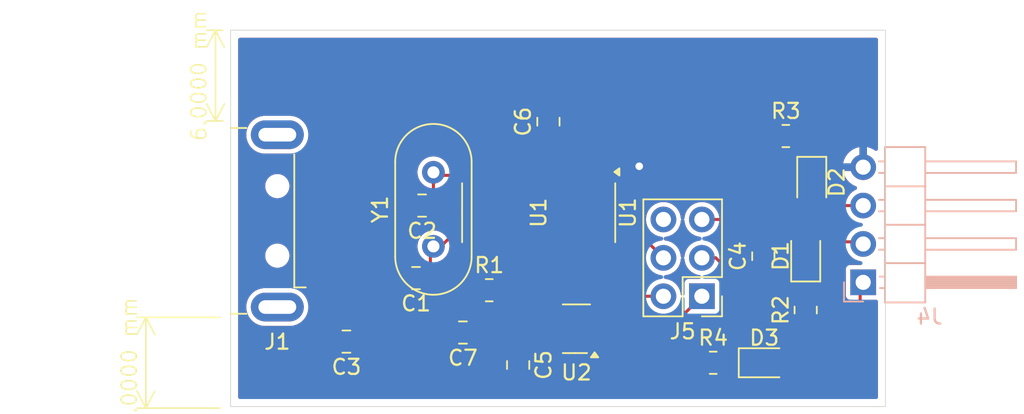
<source format=kicad_pcb>
(kicad_pcb (version 20240108) (generator "pcbnew") (generator_version "8.0")
  (layers (0 "F.Cu" signal) (31 "B.Cu" signal) (34 "B.Paste" user) (35 "F.Paste" user) (36 "B.SilkS" user "B.Silkscreen") (37 "F.SilkS" user "F.Silkscreen") (38 "B.Mask" user) (39 "F.Mask" user) (44 "Edge.Cuts" user))
  (net 0 "")
  (net 1 "Net-(U1-XI)")
  (net 2 "/GND")
  (net 3 "Net-(U1-XO)")
  (net 4 "/5V")
  (net 5 "/VCC")
  (net 6 "/3v3")
  (net 7 "/V3")
  (net 9 "USB_D+")
  (net 10 "USB_D-")
  (net 11 "Net-(U1-~{CTS})")
  (net 12 "TX")
  (net 13 "RX")
  (net 14 "/#DCD")
  (net 15 "/#RI")
  (net 16 "/#RTS")
  (net 17 "/#DTR")
  (net 18 "/#DSR")
  (net 20 "Net-(U2-BP)")
  (net 21 "Net-(D1-K)")
  (net 22 "Net-(D2-K)")
  (net 23 "Net-(D3-K)")
  (footprint "Package_SO:SOIC-16_3.9x9.9mm_P1.27mm" (layer "F.Cu") (at 165.355 117.475 -90)
    (property "Reference" "U1" (at 0 -5.9 90) (layer "F.SilkS"))
    (property "Value" "CH340G")
    (fp_line (start 0 5.06) (end -1.95 5.06) (stroke (width 0.12)) (layer "F.SilkS"))
    (fp_line (start 0 5.06) (end 1.95 5.06) (stroke (width 0.12)) (layer "F.SilkS"))
    (fp_line (start 0 -5.06) (end -1.95 -5.06) (stroke (width 0.12)) (layer "F.SilkS"))
    (fp_line (start 0 -5.06) (end 1.95 -5.06) (stroke (width 0.12)) (layer "F.SilkS"))
    (fp_poly (pts (xy -2.7 -5.005) (xy -2.94 -5.335) (xy -2.46 -5.335) (xy -2.7 -5.005)) (stroke (width 0.12)) (fill solid) (layer "F.SilkS"))
    (fp_text user "${REFERENCE}" (at 0 0 90) (layer "F.SilkS") (effects (font (size 0.98 0.98))))
    (pad "1" smd roundrect (at -2.475 -4.445 270) (size 1.95 0.6) (layers "F.Cu" "F.Paste" "F.Mask") (net 2 "/GND"))
    (pad "2" smd roundrect (at -2.475 -3.175 270) (size 1.95 0.6) (layers "F.Cu" "F.Paste" "F.Mask") (net 12 "TX"))
    (pad "3" smd roundrect (at -2.475 -1.905 270) (size 1.95 0.6) (layers "F.Cu" "F.Paste" "F.Mask") (net 13 "RX"))
    (pad "4" smd roundrect (at -2.475 -0.635 270) (size 1.95 0.6) (layers "F.Cu" "F.Paste" "F.Mask") (net 7 "/V3"))
    (pad "5" smd roundrect (at -2.475 0.635 270) (size 1.95 0.6) (layers "F.Cu" "F.Paste" "F.Mask") (net 9 "USB_D+"))
    (pad "6" smd roundrect (at -2.475 1.905 270) (size 1.95 0.6) (layers "F.Cu" "F.Paste" "F.Mask") (net 10 "USB_D-"))
    (pad "7" smd roundrect (at -2.475 3.175 270) (size 1.95 0.6) (layers "F.Cu" "F.Paste" "F.Mask") (net 1 "Net-(U1-XI)"))
    (pad "8" smd roundrect (at -2.475 4.445 270) (size 1.95 0.6) (layers "F.Cu" "F.Paste" "F.Mask") (net 3 "Net-(U1-XO)"))
    (pad "9" smd roundrect (at 2.475 4.445 270) (size 1.95 0.6) (layers "F.Cu" "F.Paste" "F.Mask") (net 11 "Net-(U1-~{CTS})"))
    (pad "10" smd roundrect (at 2.475 3.175 270) (size 1.95 0.6) (layers "F.Cu" "F.Paste" "F.Mask") (net 18 "/#DSR"))
    (pad "11" smd roundrect (at 2.475 1.905 270) (size 1.95 0.6) (layers "F.Cu" "F.Paste" "F.Mask") (net 15 "/#RI"))
    (pad "12" smd roundrect (at 2.475 0.635 270) (size 1.95 0.6) (layers "F.Cu" "F.Paste" "F.Mask") (net 14 "/#DCD"))
    (pad "13" smd roundrect (at 2.475 -0.635 270) (size 1.95 0.6) (layers "F.Cu" "F.Paste" "F.Mask") (net 17 "/#DTR"))
    (pad "14" smd roundrect (at 2.475 -1.905 270) (size 1.95 0.6) (layers "F.Cu" "F.Paste" "F.Mask") (net 16 "/#RTS"))
    (pad "15" smd roundrect (at 2.475 -3.175 270) (size 1.95 0.6) (layers "F.Cu" "F.Paste" "F.Mask"))
    (pad "16" smd roundrect (at 2.475 -4.445 270) (size 1.95 0.6) (layers "F.Cu" "F.Paste" "F.Mask") (net 5 "/VCC"))
  )
  (footprint "Connector_USB:USB_A_CNCTech_1001-011-01101_Horizontal" (layer "F.Cu") (at 141.18517 118.013509 180)
    (property "Reference" "J1" (at -6.9 -8 0) (layer "F.SilkS"))
    (property "Value" "USB_A")
    (fp_line (start -4.85 6.145) (end -3.8 6.145) (stroke (width 0.12)) (layer "F.SilkS"))
    (fp_line (start -4.85 -6.145) (end -3.8 -6.145) (stroke (width 0.12)) (layer "F.SilkS"))
    (fp_line (start -8.02 -4.4) (end -8.02 4.4) (stroke (width 0.12)) (layer "F.SilkS"))
    (fp_line (start -8.02 -4.4) (end -8.775 -4.4) (stroke (width 0.12)) (layer "F.SilkS"))
    (pad "" np_thru_hole circle (at -6.9 -2.3 180) (size 1.1 1.1) (drill 1.1) (layers "*.Cu" "*.Mask"))
    (pad "" np_thru_hole circle (at -6.9 2.3 180) (size 1.1 1.1) (drill 1.1) (layers "*.Cu" "*.Mask"))
    (pad "1" smd rect (at -9.65 -3.5 180) (size 2.5 1.1) (layers "F.Cu" "F.Paste" "F.Mask") (net 4 "/5V"))
    (pad "2" smd rect (at -9.65 -1 180) (size 2.5 1.1) (layers "F.Cu" "F.Paste" "F.Mask") (net 10 "USB_D-"))
    (pad "3" smd rect (at -9.65 1 180) (size 2.5 1.1) (layers "F.Cu" "F.Paste" "F.Mask") (net 9 "USB_D+"))
    (pad "4" smd rect (at -9.65 3.5 180) (size 2.5 1.1) (layers "F.Cu" "F.Paste" "F.Mask") (net 2 "/GND"))
    (pad "5" thru_hole oval (at -6.9 -5.7 180) (size 3.5 1.9) (drill oval 2.5 0.9) (property pad_prop_heatsink) (layers "*.Cu" "*.Mask"))
    (pad "5" thru_hole oval (at -6.9 5.7 180) (size 3.5 1.9) (drill oval 2.5 0.9) (property pad_prop_heatsink) (layers "*.Cu" "*.Mask"))
  )
  (footprint "LED_SMD:LED_0805_2012Metric" (layer "F.Cu") (at 183 120.3375 90)
    (property "Reference" "D1" (at 0 -1.65 90) (layer "F.SilkS"))
    (property "Value" "TX_LED")
    (fp_line (start 1 -0.96) (end -1.685 -0.96) (stroke (width 0.12)) (layer "F.SilkS"))
    (fp_line (start -1.685 -0.96) (end -1.685 0.96) (stroke (width 0.12)) (layer "F.SilkS"))
    (fp_line (start -1.685 0.96) (end 1 0.96) (stroke (width 0.12)) (layer "F.SilkS"))
    (pad "1" smd roundrect (at -0.9375 0 90) (size 0.975 1.4) (layers "F.Cu" "F.Paste" "F.Mask") (net 21 "Net-(D1-K)"))
    (pad "2" smd roundrect (at 0.9375 0 90) (size 0.975 1.4) (layers "F.Cu" "F.Paste" "F.Mask") (net 12 "TX"))
  )
  (footprint "LED_SMD:LED_0805_2012Metric" (layer "F.Cu") (at 183.4 115.4625 -90)
    (property "Reference" "D2" (at 0 -1.65 90) (layer "F.SilkS"))
    (property "Value" "RX_LED")
    (fp_line (start -1.685 0.96) (end 1 0.96) (stroke (width 0.12)) (layer "F.SilkS"))
    (fp_line (start -1.685 -0.96) (end -1.685 0.96) (stroke (width 0.12)) (layer "F.SilkS"))
    (fp_line (start 1 -0.96) (end -1.685 -0.96) (stroke (width 0.12)) (layer "F.SilkS"))
    (pad "1" smd roundrect (at -0.9375 0 270) (size 0.975 1.4) (layers "F.Cu" "F.Paste" "F.Mask") (net 22 "Net-(D2-K)"))
    (pad "2" smd roundrect (at 0.9375 0 270) (size 0.975 1.4) (layers "F.Cu" "F.Paste" "F.Mask") (net 13 "RX"))
  )
  (footprint "Capacitor_SMD:C_0805_2012Metric" (layer "F.Cu") (at 157.65 117 180)
    (property "Reference" "C2" (at 0 -1.68 360) (layer "F.SilkS"))
    (property "Value" "22pF")
    (fp_line (start -0.261252 0.735) (end 0.261252 0.735) (stroke (width 0.12)) (layer "F.SilkS"))
    (fp_line (start -0.261252 -0.735) (end 0.261252 -0.735) (stroke (width 0.12)) (layer "F.SilkS"))
    (pad "1" smd roundrect (at -0.95 0 180) (size 1 1.45) (layers "F.Cu" "F.Paste" "F.Mask") (net 3 "Net-(U1-XO)"))
    (pad "2" smd roundrect (at 0.95 0 180) (size 1 1.45) (layers "F.Cu" "F.Paste" "F.Mask") (net 2 "/GND"))
  )
  (footprint "Resistor_SMD:R_0805_2012Metric" (layer "F.Cu") (at 176.8875 127.4)
    (property "Reference" "R4" (at 0 -1.65 0) (layer "F.SilkS"))
    (property "Value" "10k")
    (fp_line (start -0.227064 -0.735) (end 0.227064 -0.735) (stroke (width 0.12)) (layer "F.SilkS"))
    (fp_line (start -0.227064 0.735) (end 0.227064 0.735) (stroke (width 0.12)) (layer "F.SilkS"))
    (pad "1" smd roundrect (at -0.9125 0) (size 1.025 1.4) (layers "F.Cu" "F.Paste" "F.Mask") (roundrect_rratio 0.243902) (net 2 "/GND"))
    (pad "2" smd roundrect (at 0.9125 0) (size 1.025 1.4) (layers "F.Cu" "F.Paste" "F.Mask") (roundrect_rratio 0.243902) (net 23 "Net-(D3-K)"))
  )
  (footprint "Capacitor_SMD:C_0805_2012Metric" (layer "F.Cu") (at 180.2 120.35 90)
    (property "Reference" "C4" (at 0 -1.68 90) (layer "F.SilkS"))
    (property "Value" "10uF")
    (fp_line (start -0.261252 -0.735) (end 0.261252 -0.735) (stroke (width 0.12)) (layer "F.SilkS"))
    (fp_line (start -0.261252 0.735) (end 0.261252 0.735) (stroke (width 0.12)) (layer "F.SilkS"))
    (pad "1" smd roundrect (at -0.95 0 90) (size 1 1.45) (layers "F.Cu" "F.Paste" "F.Mask") (net 5 "/VCC"))
    (pad "2" smd roundrect (at 0.95 0 90) (size 1 1.45) (layers "F.Cu" "F.Paste" "F.Mask") (net 2 "/GND"))
  )
  (footprint "Connector_PinHeader_2.54mm:PinHeader_2x03_P2.54mm_Vertical" (layer "F.Cu") (at 176.14 123 180)
    (property "Reference" "J5" (at 1.27 -2.33 360) (layer "F.SilkS"))
    (property "Value" "Conn_01x06_Pin")
    (fp_line (start 3.87 -1.33) (end 3.87 6.41) (stroke (width 0.12)) (layer "F.SilkS"))
    (fp_line (start 1.27 1.27) (end 1.27 -1.33) (stroke (width 0.12)) (layer "F.SilkS"))
    (fp_line (start 1.27 -1.33) (end 3.87 -1.33) (stroke (width 0.12)) (layer "F.SilkS"))
    (fp_line (start -1.33 6.41) (end 3.87 6.41) (stroke (width 0.12)) (layer "F.SilkS"))
    (fp_line (start -1.33 1.27) (end 1.27 1.27) (stroke (width 0.12)) (layer "F.SilkS"))
    (fp_line (start -1.33 1.27) (end -1.33 6.41) (stroke (width 0.12)) (layer "F.SilkS"))
    (fp_line (start -1.33 0) (end -1.33 -1.33) (stroke (width 0.12)) (layer "F.SilkS"))
    (fp_line (start -1.33 -1.33) (end 0 -1.33) (stroke (width 0.12)) (layer "F.SilkS"))
    (pad "1" thru_hole rect (at 0 0 180) (size 1.7 1.7) (drill 1) (layers "*.Cu" "*.Mask") (net 4 "/5V"))
    (pad "2" thru_hole oval (at 2.54 0 180) (size 1.7 1.7) (drill 1) (layers "*.Cu" "*.Mask") (net 5 "/VCC"))
    (pad "3" thru_hole oval (at 0 2.54 180) (size 1.7 1.7) (drill 1) (layers "*.Cu" "*.Mask") (net 6 "/3v3"))
    (pad "4" thru_hole oval (at 2.54 2.54 180) (size 1.7 1.7) (drill 1) (layers "*.Cu" "*.Mask") (net 7 "/V3"))
    (pad "5" thru_hole oval (at 0 5.08 180) (size 1.7 1.7) (drill 1) (layers "*.Cu" "*.Mask") (net 5 "/VCC"))
    (pad "6" thru_hole oval (at 2.54 5.08 180) (size 1.7 1.7) (drill 1) (layers "*.Cu" "*.Mask") (net 4 "/5V"))
  )
  (footprint "Resistor_SMD:R_0805_2012Metric" (layer "F.Cu") (at 162.0875 122.6)
    (property "Reference" "R1" (at 0 -1.65 0) (layer "F.SilkS"))
    (property "Value" "10k")
    (fp_line (start -0.227064 -0.735) (end 0.227064 -0.735) (stroke (width 0.12)) (layer "F.SilkS"))
    (fp_line (start -0.227064 0.735) (end 0.227064 0.735) (stroke (width 0.12)) (layer "F.SilkS"))
    (pad "1" smd roundrect (at -0.9125 0) (size 1.025 1.4) (layers "F.Cu" "F.Paste" "F.Mask") (roundrect_rratio 0.243902) (net 11 "Net-(U1-~{CTS})"))
    (pad "2" smd roundrect (at 0.9125 0) (size 1.025 1.4) (layers "F.Cu" "F.Paste" "F.Mask") (roundrect_rratio 0.243902) (net 5 "/VCC"))
  )
  (footprint "Crystal:Crystal_HC18-U_Vertical" (layer "F.Cu") (at 158.4 119.7 90)
    (property "Reference" "Y1" (at 2.45 -3.525 90) (layer "F.SilkS"))
    (property "Value" "12Mhz")
    (fp_line (start -0.675 -2.525) (end 5.575 -2.525) (stroke (width 0.12)) (layer "F.SilkS"))
    (fp_line (start -0.675 2.525) (end 5.575 2.525) (stroke (width 0.12)) (layer "F.SilkS"))
    (fp_arc (start 5.575 -2.525) (mid 8.1 0) (end 5.575 2.525) (stroke (width 0.12)) (layer "F.SilkS"))
    (fp_arc (start -0.675 2.525) (mid -3.2 0) (end -0.675 -2.525) (stroke (width 0.12)) (layer "F.SilkS"))
    (pad "1" thru_hole circle (at 0 0 90) (size 1.5 1.5) (drill 0.8) (layers "*.Cu" "*.Mask") (net 1 "Net-(U1-XI)"))
    (pad "2" thru_hole circle (at 4.9 0 90) (size 1.5 1.5) (drill 0.8) (layers "*.Cu" "*.Mask") (net 3 "Net-(U1-XO)"))
  )
  (footprint "Resistor_SMD:R_0805_2012Metric" (layer "F.Cu") (at 181.6875 112.4)
    (property "Reference" "R3" (at 0 -1.65 360) (layer "F.SilkS"))
    (property "Value" "10k")
    (fp_line (start -0.227064 -0.735) (end 0.227064 -0.735) (stroke (width 0.12)) (layer "F.SilkS"))
    (fp_line (start -0.227064 0.735) (end 0.227064 0.735) (stroke (width 0.12)) (layer "F.SilkS"))
    (pad "1" smd roundrect (at -0.9125 0) (size 1.025 1.4) (layers "F.Cu" "F.Paste" "F.Mask") (roundrect_rratio 0.243902) (net 2 "/GND"))
    (pad "2" smd roundrect (at 0.9125 0) (size 1.025 1.4) (layers "F.Cu" "F.Paste" "F.Mask") (roundrect_rratio 0.243902) (net 22 "Net-(D2-K)"))
  )
  (footprint "LED_SMD:LED_0805_2012Metric" (layer "F.Cu") (at 180.2625 127.4)
    (property "Reference" "D3" (at 0 -1.65 0) (layer "F.SilkS"))
    (property "Value" "PWR_LED")
    (fp_line (start -1.685 -0.96) (end -1.685 0.96) (stroke (width 0.12)) (layer "F.SilkS"))
    (fp_line (start -1.685 0.96) (end 1 0.96) (stroke (width 0.12)) (layer "F.SilkS"))
    (fp_line (start 1 -0.96) (end -1.685 -0.96) (stroke (width 0.12)) (layer "F.SilkS"))
    (pad "1" smd roundrect (at -0.9375 0) (size 0.975 1.4) (layers "F.Cu" "F.Paste" "F.Mask") (net 23 "Net-(D3-K)"))
    (pad "2" smd roundrect (at 0.9375 0) (size 0.975 1.4) (layers "F.Cu" "F.Paste" "F.Mask") (net 5 "/VCC"))
  )
  (footprint "Capacitor_SMD:C_0805_2012Metric" (layer "F.Cu") (at 160.35 125.4 180)
    (property "Reference" "C7" (at 0 -1.68 360) (layer "F.SilkS"))
    (property "Value" "22pF")
    (fp_line (start -0.261252 0.735) (end 0.261252 0.735) (stroke (width 0.12)) (layer "F.SilkS"))
    (fp_line (start -0.261252 -0.735) (end 0.261252 -0.735) (stroke (width 0.12)) (layer "F.SilkS"))
    (pad "1" smd roundrect (at -0.95 0 180) (size 1 1.45) (layers "F.Cu" "F.Paste" "F.Mask") (net 20 "Net-(U2-BP)"))
    (pad "2" smd roundrect (at 0.95 0 180) (size 1 1.45) (layers "F.Cu" "F.Paste" "F.Mask") (net 2 "/GND"))
  )
  (footprint "Capacitor_SMD:C_0805_2012Metric" (layer "F.Cu") (at 164 127.55 -90)
    (property "Reference" "C5" (at 0 -1.68 90) (layer "F.SilkS"))
    (property "Value" "0.01uF")
    (fp_line (start -0.261252 0.735) (end 0.261252 0.735) (stroke (width 0.12)) (layer "F.SilkS"))
    (fp_line (start -0.261252 -0.735) (end 0.261252 -0.735) (stroke (width 0.12)) (layer "F.SilkS"))
    (pad "1" smd roundrect (at -0.95 0 270) (size 1 1.45) (layers "F.Cu" "F.Paste" "F.Mask") (net 6 "/3v3"))
    (pad "2" smd roundrect (at 0.95 0 270) (size 1 1.45) (layers "F.Cu" "F.Paste" "F.Mask") (net 2 "/GND"))
  )
  (footprint "Capacitor_SMD:C_0805_2012Metric" (layer "F.Cu") (at 157.25 121.8 180)
    (property "Reference" "C1" (at 0 -1.68 360) (layer "F.SilkS"))
    (property "Value" "22pF")
    (fp_line (start -0.261252 0.735) (end 0.261252 0.735) (stroke (width 0.12)) (layer "F.SilkS"))
    (fp_line (start -0.261252 -0.735) (end 0.261252 -0.735) (stroke (width 0.12)) (layer "F.SilkS"))
    (pad "1" smd roundrect (at -0.95 0 180) (size 1 1.45) (layers "F.Cu" "F.Paste" "F.Mask") (net 1 "Net-(U1-XI)"))
    (pad "2" smd roundrect (at 0.95 0 180) (size 1 1.45) (layers "F.Cu" "F.Paste" "F.Mask") (net 2 "/GND"))
  )
  (footprint "Capacitor_SMD:C_0805_2012Metric" (layer "F.Cu") (at 166 111.45 90)
    (property "Reference" "C6" (at 0 -1.68 90) (layer "F.SilkS"))
    (property "Value" "10uF")
    (fp_line (start -0.261252 -0.735) (end 0.261252 -0.735) (stroke (width 0.12)) (layer "F.SilkS"))
    (fp_line (start -0.261252 0.735) (end 0.261252 0.735) (stroke (width 0.12)) (layer "F.SilkS"))
    (pad "1" smd roundrect (at -0.95 0 90) (size 1 1.45) (layers "F.Cu" "F.Paste" "F.Mask") (net 7 "/V3"))
    (pad "2" smd roundrect (at 0.95 0 90) (size 1 1.45) (layers "F.Cu" "F.Paste" "F.Mask") (net 2 "/GND"))
  )
  (footprint "Resistor_SMD:R_0805_2012Metric" (layer "F.Cu") (at 183 123.9125 90)
    (property "Reference" "R2" (at 0 -1.65 90) (layer "F.SilkS"))
    (property "Value" "10k")
    (fp_line (start -0.227064 -0.735) (end 0.227064 -0.735) (stroke (width 0.12)) (layer "F.SilkS"))
    (fp_line (start -0.227064 0.735) (end 0.227064 0.735) (stroke (width 0.12)) (layer "F.SilkS"))
    (pad "1" smd roundrect (at -0.9125 0 90) (size 1.025 1.4) (layers "F.Cu" "F.Paste" "F.Mask") (roundrect_rratio 0.243902) (net 2 "/GND"))
    (pad "2" smd roundrect (at 0.9125 0 90) (size 1.025 1.4) (layers "F.Cu" "F.Paste" "F.Mask") (roundrect_rratio 0.243902) (net 21 "Net-(D1-K)"))
  )
  (footprint "Package_TO_SOT_SMD:SOT-23-5_HandSoldering" (layer "F.Cu") (at 167.85 125.15 180)
    (property "Reference" "U2" (at 0 -2.9 360) (layer "F.SilkS"))
    (property "Value" "SPX3819M5-L-3-3")
    (fp_line (start 0.1 -1.61) (end 0.9 -1.61) (stroke (width 0.12)) (layer "F.SilkS"))
    (fp_line (start 0.1 -1.61) (end -0.7 -1.61) (stroke (width 0.12)) (layer "F.SilkS"))
    (fp_line (start -0.9 1.61) (end 0.9 1.61) (stroke (width 0.12)) (layer "F.SilkS"))
    (fp_poly (pts (xy -1.2 -1.56) (xy -1.44 -1.89) (xy -0.96 -1.89) (xy -1.2 -1.56)) (stroke (width 0.12)) (fill solid) (layer "F.SilkS"))
    (pad "1" smd roundrect (at -1.35 -0.95 180) (size 1.56 0.65) (layers "F.Cu" "F.Paste" "F.Mask") (net 4 "/5V"))
    (pad "2" smd roundrect (at -1.35 0 180) (size 1.56 0.65) (layers "F.Cu" "F.Paste" "F.Mask") (net 2 "/GND"))
    (pad "3" smd roundrect (at -1.35 0.95 180) (size 1.56 0.65) (layers "F.Cu" "F.Paste" "F.Mask") (net 4 "/5V"))
    (pad "4" smd roundrect (at 1.35 0.95 180) (size 1.56 0.65) (layers "F.Cu" "F.Paste" "F.Mask") (net 20 "Net-(U2-BP)"))
    (pad "5" smd roundrect (at 1.35 -0.95 180) (size 1.56 0.65) (layers "F.Cu" "F.Paste" "F.Mask") (net 6 "/3v3"))
  )
  (footprint "Capacitor_SMD:C_0805_2012Metric" (layer "F.Cu") (at 152.65 126 180)
    (property "Reference" "C3" (at 0 -1.68 360) (layer "F.SilkS"))
    (property "Value" "10uF")
    (fp_line (start -0.261252 0.735) (end 0.261252 0.735) (stroke (width 0.12)) (layer "F.SilkS"))
    (fp_line (start -0.261252 -0.735) (end 0.261252 -0.735) (stroke (width 0.12)) (layer "F.SilkS"))
    (pad "1" smd roundrect (at -0.95 0 180) (size 1 1.45) (layers "F.Cu" "F.Paste" "F.Mask") (net 4 "/5V"))
    (pad "2" smd roundrect (at 0.95 0 180) (size 1 1.45) (layers "F.Cu" "F.Paste" "F.Mask") (net 2 "/GND"))
  )
  (footprint "Connector_PinHeader_2.54mm:PinHeader_1x04_P2.54mm_Horizontal" (layer "B.Cu") (at 186.8 122.08)
    (property "Reference" "J4" (at 4.385 2.27 360) (layer "B.SilkS") (effects (justify mirror)))
    (property "Value" "Conn_01x04_Pin")
    (fp_line (start -1.27 1.27) (end -1.27 0) (stroke (width 0.12)) (layer "B.SilkS"))
    (fp_line (start 0 1.27) (end -1.27 1.27) (stroke (width 0.12)) (layer "B.SilkS"))
    (fp_line (start 1.44 -8.95) (end 1.44 1.33) (stroke (width 0.12)) (layer "B.SilkS"))
    (fp_line (start 1.44 -8) (end 1.042929 -8) (stroke (width 0.12)) (layer "B.SilkS"))
    (fp_line (start 1.44 -7.24) (end 1.042929 -7.24) (stroke (width 0.12)) (layer "B.SilkS"))
    (fp_line (start 1.44 -5.46) (end 1.042929 -5.46) (stroke (width 0.12)) (layer "B.SilkS"))
    (fp_line (start 1.44 -4.7) (end 1.042929 -4.7) (stroke (width 0.12)) (layer "B.SilkS"))
    (fp_line (start 1.44 -2.92) (end 1.042929 -2.92) (stroke (width 0.12)) (layer "B.SilkS"))
    (fp_line (start 1.44 -2.16) (end 1.042929 -2.16) (stroke (width 0.12)) (layer "B.SilkS"))
    (fp_line (start 1.44 -0.38) (end 1.11 -0.38) (stroke (width 0.12)) (layer "B.SilkS"))
    (fp_line (start 1.44 0.38) (end 1.11 0.38) (stroke (width 0.12)) (layer "B.SilkS"))
    (fp_line (start 1.44 1.33) (end 4.1 1.33) (stroke (width 0.12)) (layer "B.SilkS"))
    (fp_line (start 4.1 -8.95) (end 1.44 -8.95) (stroke (width 0.12)) (layer "B.SilkS"))
    (fp_line (start 4.1 -8) (end 10.1 -8) (stroke (width 0.12)) (layer "B.SilkS"))
    (fp_line (start 4.1 -6.35) (end 1.44 -6.35) (stroke (width 0.12)) (layer "B.SilkS"))
    (fp_line (start 4.1 -5.46) (end 10.1 -5.46) (stroke (width 0.12)) (layer "B.SilkS"))
    (fp_line (start 4.1 -3.81) (end 1.44 -3.81) (stroke (width 0.12)) (layer "B.SilkS"))
    (fp_line (start 4.1 -2.92) (end 10.1 -2.92) (stroke (width 0.12)) (layer "B.SilkS"))
    (fp_line (start 4.1 -1.27) (end 1.44 -1.27) (stroke (width 0.12)) (layer "B.SilkS"))
    (fp_line (start 4.1 -0.38) (end 10.1 -0.38) (stroke (width 0.12)) (layer "B.SilkS"))
    (fp_line (start 4.1 1.33) (end 4.1 -8.95) (stroke (width 0.12)) (layer "B.SilkS"))
    (fp_line (start 10.1 -8) (end 10.1 -7.24) (stroke (width 0.12)) (layer "B.SilkS"))
    (fp_line (start 10.1 -7.24) (end 4.1 -7.24) (stroke (width 0.12)) (layer "B.SilkS"))
    (fp_line (start 10.1 -5.46) (end 10.1 -4.7) (stroke (width 0.12)) (layer "B.SilkS"))
    (fp_line (start 10.1 -4.7) (end 4.1 -4.7) (stroke (width 0.12)) (layer "B.SilkS"))
    (fp_line (start 10.1 -2.92) (end 10.1 -2.16) (stroke (width 0.12)) (layer "B.SilkS"))
    (fp_line (start 10.1 -2.16) (end 4.1 -2.16) (stroke (width 0.12)) (layer "B.SilkS"))
    (fp_line (start 10.1 -0.38) (end 10.1 0.38) (stroke (width 0.12)) (layer "B.SilkS"))
    (fp_line (start 10.1 -0.28) (end 4.1 -0.28) (stroke (width 0.12)) (layer "B.SilkS"))
    (fp_line (start 10.1 -0.16) (end 4.1 -0.16) (stroke (width 0.12)) (layer "B.SilkS"))
    (fp_line (start 10.1 -0.04) (end 4.1 -0.04) (stroke (width 0.12)) (layer "B.SilkS"))
    (fp_line (start 10.1 0.08) (end 4.1 0.08) (stroke (width 0.12)) (layer "B.SilkS"))
    (fp_line (start 10.1 0.2) (end 4.1 0.2) (stroke (width 0.12)) (layer "B.SilkS"))
    (fp_line (start 10.1 0.32) (end 4.1 0.32) (stroke (width 0.12)) (layer "B.SilkS"))
    (fp_line (start 10.1 0.38) (end 4.1 0.38) (stroke (width 0.12)) (layer "B.SilkS"))
    (pad "1" thru_hole rect (at 0 0) (size 1.7 1.7) (drill 1) (layers "*.Cu" "*.Mask") (net 5 "/VCC"))
    (pad "2" thru_hole oval (at 0 -2.54) (size 1.7 1.7) (drill 1) (layers "*.Cu" "*.Mask") (net 12 "TX"))
    (pad "3" thru_hole oval (at 0 -5.08) (size 1.7 1.7) (drill 1) (layers "*.Cu" "*.Mask") (net 13 "RX"))
    (pad "4" thru_hole oval (at 0 -7.62) (size 1.7 1.7) (drill 1) (layers "*.Cu" "*.Mask") (net 2 "/GND"))
  )
  (gr_rect (start 145 105.4) (end 188.275 130.3) (stroke (width 0.05)) (fill none) (layer "Edge.Cuts"))
  (dimension (type aligned) (layer "F.SilkS") (pts (xy 144.8 124.4) (xy 144.8 130.4)) (height 5.4) (gr_text "6.0000 mm" (at 138.3 127.4 90) (layer "F.SilkS") (effects (font (size 1 1) (thickness 0.1)))) (format (prefix "") (suffix "") (units 3) (units_format 1) (precision 4)) (style (thickness 0.1) (arrow_length 1.27) (text_position_mode 0) (extension_height 0.58642) (extension_offset 0.5) keep_text_aligned))
  (dimension (type aligned) (layer "F.SilkS") (pts (xy 145 111.4) (xy 145 105.4)) (height -1) (gr_text "6.0000 mm" (at 142.9 108.4 90) (layer "F.SilkS") (effects (font (size 1 1) (thickness 0.1)))) (format (prefix "") (suffix "") (units 3) (units_format 1) (precision 4)) (style (thickness 0.1) (arrow_length 1.27) (text_position_mode 0) (extension_height 0.58642) (extension_offset 0.5) keep_text_aligned))
  (segment (start 158.2 121.8) (end 158.2 119.9) (width 0.2) (layer "F.Cu") (net 1))
  (segment (start 158.2 119.9) (end 158.4 119.7) (width 0.2) (layer "F.Cu") (net 1))
  (segment (start 162.18 116.42) (end 162.18 115) (width 0.2) (layer "F.Cu") (net 1))
  (segment (start 158.9 119.7) (end 162.18 116.42) (width 0.2) (layer "F.Cu") (net 1))
  (segment (start 158.4 119.7) (end 158.9 119.7) (width 0.2) (layer "F.Cu") (net 1))
  (via (at 172 114.4) (size 1.2) (drill 0.5) (layers "F.Cu" "B.Cu") (net 2))
  (segment (start 159 115) (end 160.91 115) (width 0.2) (layer "F.Cu") (net 3))
  (segment (start 158.8 114.8) (end 159 115) (width 0.2) (layer "F.Cu") (net 3))
  (segment (start 158.4 116.8) (end 158.6 117) (width 0.2) (layer "F.Cu") (net 3))
  (segment (start 158.4 114.8) (end 158.4 116.8) (width 0.2) (layer "F.Cu") (net 3))
  (segment (start 158.4 114.8) (end 159 114.8) (width 0.2) (layer "F.Cu") (net 3))
  (segment (start 158.4 114.8) (end 158.8 114.8) (width 0.2) (layer "F.Cu") (net 3))
  (segment (start 164.4 123.8) (end 164.8 123.4) (width 0.2) (layer "F.Cu") (net 4))
  (segment (start 172.8 126.1) (end 172.8 125.8) (width 0.2) (layer "F.Cu") (net 4))
  (segment (start 153.6 124.6) (end 153.1 124.1) (width 0.2) (layer "F.Cu") (net 4))
  (segment (start 153.1 124.1) (end 153.4 123.8) (width 0.2) (layer "F.Cu") (net 4))
  (segment (start 153.6 126) (end 153.6 124.6) (width 0.2) (layer "F.Cu") (net 4))
  (segment (start 172.8 125.8) (end 171.2 124.2) (width 0.2) (layer "F.Cu") (net 4))
  (segment (start 172.8 126.1) (end 173.04 126.1) (width 0.2) (layer "F.Cu") (net 4))
  (segment (start 164.8 123.4) (end 168.4 123.4) (width 0.2) (layer "F.Cu") (net 4))
  (segment (start 171.2 124.2) (end 169.2 124.2) (width 0.2) (layer "F.Cu") (net 4))
  (segment (start 150.83517 121.83517) (end 153.1 124.1) (width 0.2) (layer "F.Cu") (net 4))
  (segment (start 153.4 123.8) (end 164.4 123.8) (width 0.2) (layer "F.Cu") (net 4))
  (segment (start 169.2 126.1) (end 172.8 126.1) (width 0.2) (layer "F.Cu") (net 4))
  (segment (start 176.14 123) (end 173.04 126.1) (width 0.2) (layer "F.Cu") (net 4))
  (segment (start 150.83517 121.513509) (end 150.83517 121.83517) (width 0.2) (layer "F.Cu") (net 4))
  (segment (start 168.4 123.4) (end 169.2 124.2) (width 0.2) (layer "F.Cu") (net 4))
  (segment (start 180.6 121.2) (end 180.6 125.6) (width 0.2) (layer "F.Cu") (net 5))
  (segment (start 180.5 121.3) (end 180.6 121.2) (width 0.2) (layer "F.Cu") (net 5))
  (segment (start 171.4 123) (end 173.6 123) (width 0.2) (layer "F.Cu") (net 5))
  (segment (start 181.2 127.4) (end 181.4 127.2) (width 0.2) (layer "F.Cu") (net 5))
  (segment (start 179.3 121.3) (end 180.5 121.3) (width 0.2) (layer "F.Cu") (net 5))
  (segment (start 178.6 120.6) (end 179.3 121.3) (width 0.2) (layer "F.Cu") (net 5))
  (segment (start 169 122.2) (end 169.8 121.4) (width 0.2) (layer "F.Cu") (net 5))
  (segment (start 181.1 126.1) (end 181.4 126.4) (width 0.2) (layer "F.Cu") (net 5))
  (segment (start 176.14 117.92) (end 177.32 117.92) (width 0.2) (layer "F.Cu") (net 5))
  (segment (start 182.2 127.2) (end 183 126.4) (width 0.2) (layer "F.Cu") (net 5))
  (segment (start 185.6 126.4) (end 186.6 125.4) (width 0.2) (layer "F.Cu") (net 5))
  (segment (start 180.6 125.6) (end 181.1 126.1) (width 0.2) (layer "F.Cu") (net 5))
  (segment (start 183 126.4) (end 185.6 126.4) (width 0.2) (layer "F.Cu") (net 5))
  (segment (start 163.4 122.2) (end 169 122.2) (width 0.2) (layer "F.Cu") (net 5))
  (segment (start 169.8 119.95) (end 169.8 121.4) (width 0.2) (layer "F.Cu") (net 5))
  (segment (start 178.6 119.2) (end 178.6 120.6) (width 0.2) (layer "F.Cu") (net 5))
  (segment (start 186.6 125.4) (end 186.6 122.2) (width 0.2) (layer "F.Cu") (net 5))
  (segment (start 169.8 121.4) (end 171.4 123) (width 0.2) (layer "F.Cu") (net 5))
  (segment (start 181.4 126.4) (end 183 126.4) (width 0.2) (layer "F.Cu") (net 5))
  (segment (start 181.4 127.2) (end 182.2 127.2) (width 0.2) (layer "F.Cu") (net 5))
  (segment (start 177.32 117.92) (end 178.6 119.2) (width 0.2) (layer "F.Cu") (net 5))
  (segment (start 163 122.6) (end 163.4 122.2) (width 0.2) (layer "F.Cu") (net 5))
  (segment (start 167.6 127.2) (end 173.2 127.2) (width 0.2) (layer "F.Cu") (net 6))
  (segment (start 177.06 120.46) (end 176.14 120.46) (width 0.2) (layer "F.Cu") (net 6))
  (segment (start 177.8 125) (end 178.4 124.4) (width 0.2) (layer "F.Cu") (net 6))
  (segment (start 166.5 126.1) (end 167.6 127.2) (width 0.2) (layer "F.Cu") (net 6))
  (segment (start 175.4 125) (end 177.8 125) (width 0.2) (layer "F.Cu") (net 6))
  (segment (start 164 126.6) (end 166 126.6) (width 0.2) (layer "F.Cu") (net 6))
  (segment (start 178.4 124.4) (end 178.4 121.8) (width 0.2) (layer "F.Cu") (net 6))
  (segment (start 166 126.6) (end 166.5 126.1) (width 0.2) (layer "F.Cu") (net 6))
  (segment (start 178.4 121.8) (end 177.06 120.46) (width 0.2) (layer "F.Cu") (net 6))
  (segment (start 173.2 127.2) (end 175.4 125) (width 0.2) (layer "F.Cu") (net 6))
  (segment (start 170.94 117.8) (end 173.6 120.46) (width 0.2) (layer "F.Cu") (net 7))
  (segment (start 165.99 115) (end 165.99 112.41) (width 0.2) (layer "F.Cu") (net 7))
  (segment (start 167.815001 117.8) (end 170.94 117.8) (width 0.2) (layer "F.Cu") (net 7))
  (segment (start 165.99 115) (end 165.99 115.974999) (width 0.2) (layer "F.Cu") (net 7))
  (segment (start 165.99 115.974999) (end 167.815001 117.8) (width 0.2) (layer "F.Cu") (net 7))
  (segment (start 165.99 112.41) (end 166 112.4) (width 0.2) (layer "F.Cu") (net 7))
  (segment (start 164.72 114.0018) (end 164.72 115) (width 0.2) (layer "F.Cu") (net 9))
  (segment (start 155.4 111.8) (end 162.5182 111.8) (width 0.2) (layer "F.Cu") (net 9))
  (segment (start 154.825 114.89868) (end 154.825 112.375) (width 0.2) (layer "F.Cu") (net 9))
  (segment (start 162.5182 111.8) (end 164.72 114.0018) (width 0.2) (layer "F.Cu") (net 9))
  (segment (start 150.83517 117.013509) (end 152.710171 117.013509) (width 0.2) (layer "F.Cu") (net 9))
  (segment (start 152.710171 117.013509) (end 154.825 114.89868) (width 0.2) (layer "F.Cu") (net 9))
  (segment (start 164.72 114.025001) (end 164.72 115) (width 0.2) (layer "F.Cu") (net 9))
  (segment (start 154.825 112.375) (end 155.4 111.8) (width 0.2) (layer "F.Cu") (net 9))
  (segment (start 153.485171 118.238509) (end 153.485171 116.804195) (width 0.2) (layer "F.Cu") (net 10))
  (segment (start 162.352514 112.2) (end 163.45 113.297486) (width 0.2) (layer "F.Cu") (net 10))
  (segment (start 163.45 115) (end 163.45 114.025001) (width 0.2) (layer "F.Cu") (net 10))
  (segment (start 155.225 115.064366) (end 155.225 113.0932) (width 0.2) (layer "F.Cu") (net 10))
  (segment (start 155.225 113.0932) (end 156.1182 112.2) (width 0.2) (layer "F.Cu") (net 10))
  (segment (start 163.45 113.297486) (end 163.45 115) (width 0.2) (layer "F.Cu") (net 10))
  (segment (start 150.83517 119.013509) (end 152.710171 119.013509) (width 0.2) (layer "F.Cu") (net 10))
  (segment (start 152.710171 119.013509) (end 153.485171 118.238509) (width 0.2) (layer "F.Cu") (net 10))
  (segment (start 156.1182 112.2) (end 162.352514 112.2) (width 0.2) (layer "F.Cu") (net 10))
  (segment (start 153.485171 116.804195) (end 155.225 115.064366) (width 0.2) (layer "F.Cu") (net 10))
  (segment (start 161.175 120.215) (end 160.91 119.95) (width 0.2) (layer "F.Cu") (net 11))
  (segment (start 161.175 122.6) (end 161.175 120.215) (width 0.2) (layer "F.Cu") (net 11))
  (segment (start 169.555001 113) (end 176.6 113) (width 0.2) (layer "F.Cu") (net 12))
  (segment (start 176.6 113) (end 183 119.4) (width 0.2) (layer "F.Cu") (net 12))
  (segment (start 183 119.4) (end 186.34 119.4) (width 0.2) (layer "F.Cu") (net 12))
  (segment (start 186.34 119.4) (end 186.6 119.66) (width 0.2) (layer "F.Cu") (net 12))
  (segment (start 168.53 114.025001) (end 169.555001 113) (width 0.2) (layer "F.Cu") (net 12))
  (segment (start 168.53 115) (end 168.53 114.025001) (width 0.2) (layer "F.Cu") (net 12))
  (segment (start 186.32 117.4) (end 186.6 117.12) (width 0.2) (layer "F.Cu") (net 13))
  (segment (start 183.4 116.4) (end 184 117) (width 0.2) (layer "F.Cu") (net 13))
  (segment (start 167.26 115) (end 167.26 113.14) (width 0.2) (layer "F.Cu") (net 13))
  (segment (start 182.3 116.7) (end 183.1 116.7) (width 0.2) (layer "F.Cu") (net 13))
  (segment (start 183.1 116.7) (end 183.4 116.4) (width 0.2) (layer "F.Cu") (net 13))
  (segment (start 183.4 116.4) (end 183 116.4) (width 0.2) (layer "F.Cu") (net 13))
  (segment (start 177.2 111.6) (end 182.3 116.7) (width 0.2) (layer "F.Cu") (net 13))
  (segment (start 184 117) (end 186.8 117) (width 0.2) (layer "F.Cu") (net 13))
  (segment (start 168.8 111.6) (end 177.2 111.6) (width 0.2) (layer "F.Cu") (net 13))
  (segment (start 167.26 113.14) (end 168.8 111.6) (width 0.2) (layer "F.Cu") (net 13))
  (segment (start 166.5 124.2) (end 163.2 124.2) (width 0.2) (layer "F.Cu") (net 20))
  (segment (start 162 125.4) (end 161.3 125.4) (width 0.2) (layer "F.Cu") (net 20))
  (segment (start 163.2 124.2) (end 162 125.4) (width 0.2) (layer "F.Cu") (net 20))
  (segment (start 183 123) (end 183 121.275) (width 0.2) (layer "F.Cu") (net 21))
  (segment (start 183.4 113.2) (end 182.6 112.4) (width 0.2) (layer "F.Cu") (net 22))
  (segment (start 183.4 114.525) (end 183.4 113.2) (width 0.2) (layer "F.Cu") (net 22))
  (segment (start 177.8 127.4) (end 179.325 127.4) (width 0.2) (layer "F.Cu") (net 23))
  (zone (net 0) (net_name "") (layer "F.Cu") (connect_pads (clearance 0)) (min_thickness 0.25)
    (keepout (tracks allowed) (vias allowed) (pads allowed) (copperpour not_allowed) (footprints allowed))
    (fill (thermal_gap 0.5) (thermal_bridge_width 0.5))
    (polygon (pts (xy 149.4 117.4) (xy 149.4 118.6) (xy 153.2 118.6) (xy 153.6 117.2)))
  )
  (zone (net 0) (net_name "") (layer "F.Cu") (connect_pads (clearance 0)) (min_thickness 0.25)
    (keepout (tracks allowed) (vias allowed) (pads allowed) (copperpour not_allowed) (footprints allowed))
    (fill (thermal_gap 0.5) (thermal_bridge_width 0.5))
    (polygon (pts (xy 170 117.4) (xy 167.6 117.8) (xy 166.8 115.8) (xy 169.2 115.8)))
  )
  (zone (net 0) (net_name "") (layer "F.Cu") (connect_pads (clearance 0)) (min_thickness 0.25)
    (keepout (tracks allowed) (vias allowed) (pads allowed) (copperpour not_allowed) (footprints allowed))
    (fill (thermal_gap 0.5) (thermal_bridge_width 0.5))
    (polygon (pts (xy 164.2 112.8) (xy 165.2 112.4) (xy 165.6 113.2) (xy 165.4 114.4) (xy 164.4 113.4) (xy 164 112.8)))
  )
  (zone (net 2) (net_name "/GND") (layers "F&B.Cu") (connect_pads (clearance 0.3)) (min_thickness 0.25) (fill yes (thermal_gap 0.5) (thermal_bridge_width 0.5))
    (polygon (pts (xy 144.2 130.8) (xy 142.6 103.4) (xy 190.2 104.8) (xy 189.2 130.8)))
  )
)
</source>
